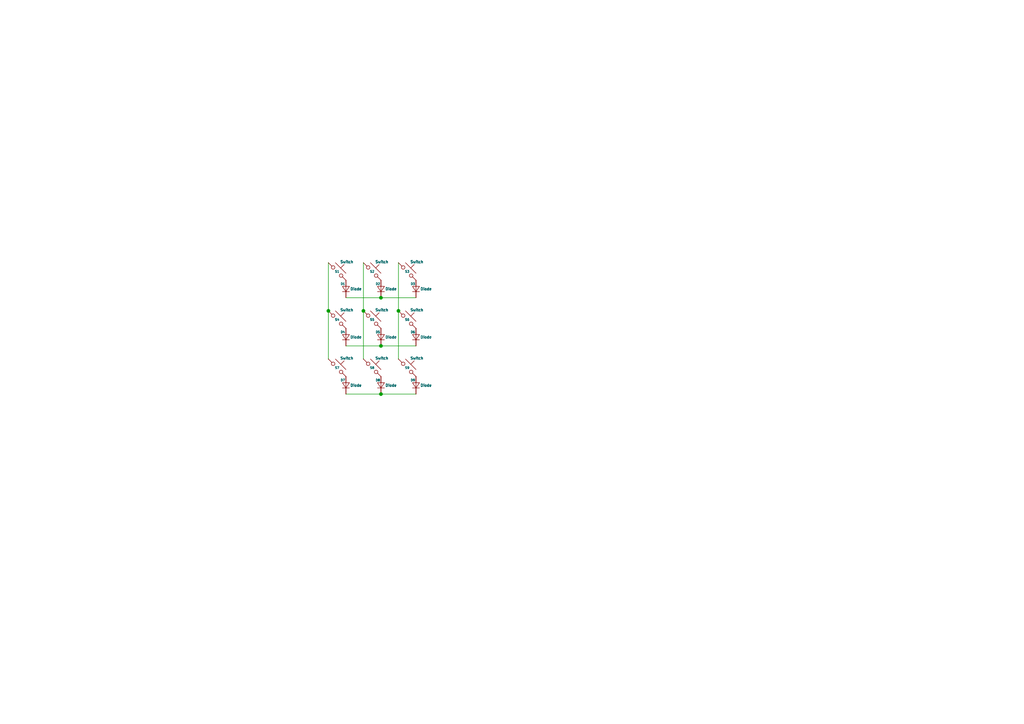
<source format=kicad_sch>
(kicad_sch (version 20250114) (generator "eeschema") (generator_version "9.0")
  (paper "A4")
  (lib_symbols
    (symbol "ScottoKeebs:Placeholder_Diode" (pin_numbers (hide yes)) (pin_names (hide yes))
      (property "Reference" "D" (at -0.15 1.066 0))
      (symbol "Placeholder_Diode_0_1"
        (polyline (pts (xy 0 -0.762) (xy 0 0.762)))
      )
      (symbol "Placeholder_Diode_1_1"
        (polyline (pts (xy 1.016 0.762) (xy 0 -0.762) (xy -1.016 0.762) (xy 1.016 0.762)) (stroke (width 0.1524)))
        (polyline (pts (xy 1.016 -0.762) (xy -1.016 -0.762)) (stroke (width 0.1524)))
        (pin passive line (at 0 2.54 270) (length 1.778) (name "A") (number "2"))
        (pin passive line (at 0 -2.54 90) (length 1.778) (name "K") (number "1"))
      )
    )
    (symbol "ScottoKeebs:Placeholder_Keyswitch" (pin_numbers (hide yes)) (pin_names (offset 1.016) (hide yes))
      (property "Reference" "S" (at 0 0 0))
      (symbol "Placeholder_Keyswitch_0_1"
        (polyline (pts (xy -2.54 2.54) (xy -1.524 1.524) (xy -1.524 1.524)))
        (circle (center -1.1684 1.1684) (radius 0.508))
        (polyline (pts (xy -0.508 2.54) (xy 2.54 -0.508)))
        (polyline (pts (xy 1.016 1.016) (xy 2.032 2.032)))
        (circle (center 1.143 -1.1938) (radius 0.508))
        (polyline (pts (xy 1.524 -1.524) (xy 2.54 -2.54) (xy 2.54 -2.54) (xy 2.54 -2.54)))
        (pin passive line (at -2.54 2.54 0) (length 0) (name "1") (number "1"))
        (pin passive line (at 2.54 -2.54 180) (length 0) (name "2") (number "2"))
      )
    )
  )
  (junction (at 115.57 90.17))
  (junction (at 110.49 86.36))
  (junction (at 110.49 114.3))
  (junction (at 95.25 90.17))
  (junction (at 105.41 90.17))
  (junction (at 110.49 100.33))
  (wire (pts (xy 110.49 86.36) (xy 120.65 86.36)))
  (wire (pts (xy 100.33 114.3) (xy 110.49 114.3)))
  (wire (pts (xy 115.57 90.17) (xy 115.57 104.14)))
  (wire (pts (xy 115.57 76.2) (xy 115.57 90.17)))
  (wire (pts (xy 110.49 114.3) (xy 120.65 114.3)))
  (wire (pts (xy 105.41 76.2) (xy 105.41 90.17)))
  (wire (pts (xy 100.33 86.36) (xy 110.49 86.36)))
  (wire (pts (xy 95.25 76.2) (xy 95.25 90.17)))
  (wire (pts (xy 110.49 100.33) (xy 120.65 100.33)))
  (wire (pts (xy 105.41 90.17) (xy 105.41 104.14)))
  (wire (pts (xy 100.33 100.33) (xy 110.49 100.33)))
  (wire (pts (xy 95.25 90.17) (xy 95.25 104.14)))
  (symbol (lib_id "ScottoKeebs:Placeholder_Keyswitch") (at 107.95 92.71 0) (unit 1)
    (property "Reference" "S5" (at 107.95 92.71 0) (effects (font (size 0.635 0.635) (thickness 0.127) (bold yes))))
    (property "Value" "Switch" (at 110.744 89.916 0) (effects (font (size 0.762 0.762))))
  )
  (symbol (lib_id "ScottoKeebs:Placeholder_Keyswitch") (at 107.95 78.74 0) (unit 1)
    (property "Reference" "S2" (at 107.95 78.74 0) (effects (font (size 0.635 0.635) (thickness 0.127) (bold yes))))
    (property "Value" "Switch" (at 110.744 75.946 0) (effects (font (size 0.762 0.762))))
  )
  (symbol (lib_id "ScottoKeebs:Placeholder_Diode") (at 110.49 97.79 0) (unit 1)
    (property "Reference" "D5" (at 110.34 96.724 0) (effects (font (size 0.635 0.635) (thickness 0.127) (bold yes)) (justify right bottom)))
    (property "Value" "Diode" (at 111.76 97.79 0) (effects (font (size 0.762 0.762)) (justify left)))
  )
  (symbol (lib_id "ScottoKeebs:Placeholder_Keyswitch") (at 97.79 106.68 0) (unit 1)
    (property "Reference" "S7" (at 97.79 106.68 0) (effects (font (size 0.635 0.635) (thickness 0.127) (bold yes))))
    (property "Value" "Switch" (at 100.584 103.886 0) (effects (font (size 0.762 0.762))))
  )
  (symbol (lib_id "ScottoKeebs:Placeholder_Diode") (at 110.49 111.76 0) (unit 1)
    (property "Reference" "D8" (at 110.34 110.694 0) (effects (font (size 0.635 0.635) (thickness 0.127) (bold yes)) (justify right bottom)))
    (property "Value" "Diode" (at 111.76 111.76 0) (effects (font (size 0.762 0.762)) (justify left)))
  )
  (symbol (lib_id "ScottoKeebs:Placeholder_Keyswitch") (at 97.79 78.74 0) (unit 1)
    (property "Reference" "S1" (at 97.79 78.74 0) (effects (font (size 0.635 0.635) (thickness 0.127) (bold yes))))
    (property "Value" "Switch" (at 100.584 75.946 0) (effects (font (size 0.762 0.762))))
  )
  (symbol (lib_id "ScottoKeebs:Placeholder_Keyswitch") (at 118.11 78.74 0) (unit 1)
    (property "Reference" "S3" (at 118.11 78.74 0) (effects (font (size 0.635 0.635) (thickness 0.127) (bold yes))))
    (property "Value" "Switch" (at 120.904 75.946 0) (effects (font (size 0.762 0.762))))
  )
  (symbol (lib_id "ScottoKeebs:Placeholder_Keyswitch") (at 97.79 92.71 0) (unit 1)
    (property "Reference" "S4" (at 97.79 92.71 0) (effects (font (size 0.635 0.635) (thickness 0.127) (bold yes))))
    (property "Value" "Switch" (at 100.584 89.916 0) (effects (font (size 0.762 0.762))))
  )
  (symbol (lib_id "ScottoKeebs:Placeholder_Diode") (at 110.49 83.82 0) (unit 1)
    (property "Reference" "D2" (at 110.34 82.754 0) (effects (font (size 0.635 0.635) (thickness 0.127) (bold yes)) (justify right bottom)))
    (property "Value" "Diode" (at 111.76 83.82 0) (effects (font (size 0.762 0.762)) (justify left)))
  )
  (symbol (lib_id "ScottoKeebs:Placeholder_Diode") (at 120.65 83.82 0) (unit 1)
    (property "Reference" "D3" (at 120.5 82.754 0) (effects (font (size 0.635 0.635) (thickness 0.127) (bold yes)) (justify right bottom)))
    (property "Value" "Diode" (at 121.92 83.82 0) (effects (font (size 0.762 0.762)) (justify left)))
  )
  (symbol (lib_id "ScottoKeebs:Placeholder_Keyswitch") (at 118.11 106.68 0) (unit 1)
    (property "Reference" "S9" (at 118.11 106.68 0) (effects (font (size 0.635 0.635) (thickness 0.127) (bold yes))))
    (property "Value" "Switch" (at 120.904 103.886 0) (effects (font (size 0.762 0.762))))
  )
  (symbol (lib_id "ScottoKeebs:Placeholder_Diode") (at 100.33 83.82 0) (unit 1)
    (property "Reference" "D1" (at 100.18 82.754 0) (effects (font (size 0.635 0.635) (thickness 0.127) (bold yes)) (justify right bottom)))
    (property "Value" "Diode" (at 101.6 83.82 0) (effects (font (size 0.762 0.762)) (justify left)))
  )
  (symbol (lib_id "ScottoKeebs:Placeholder_Diode") (at 100.33 111.76 0) (unit 1)
    (property "Reference" "D7" (at 100.18 110.694 0) (effects (font (size 0.635 0.635) (thickness 0.127) (bold yes)) (justify right bottom)))
    (property "Value" "Diode" (at 101.6 111.76 0) (effects (font (size 0.762 0.762)) (justify left)))
  )
  (symbol (lib_id "ScottoKeebs:Placeholder_Diode") (at 100.33 97.79 0) (unit 1)
    (property "Reference" "D4" (at 100.18 96.724 0) (effects (font (size 0.635 0.635) (thickness 0.127) (bold yes)) (justify right bottom)))
    (property "Value" "Diode" (at 101.6 97.79 0) (effects (font (size 0.762 0.762)) (justify left)))
  )
  (symbol (lib_id "ScottoKeebs:Placeholder_Diode") (at 120.65 111.76 0) (unit 1)
    (property "Reference" "D9" (at 120.5 110.694 0) (effects (font (size 0.635 0.635) (thickness 0.127) (bold yes)) (justify right bottom)))
    (property "Value" "Diode" (at 121.92 111.76 0) (effects (font (size 0.762 0.762)) (justify left)))
  )
  (symbol (lib_id "ScottoKeebs:Placeholder_Diode") (at 120.65 97.79 0) (unit 1)
    (property "Reference" "D6" (at 120.5 96.724 0) (effects (font (size 0.635 0.635) (thickness 0.127) (bold yes)) (justify right bottom)))
    (property "Value" "Diode" (at 121.92 97.79 0) (effects (font (size 0.762 0.762)) (justify left)))
  )
  (symbol (lib_id "ScottoKeebs:Placeholder_Keyswitch") (at 118.11 92.71 0) (unit 1)
    (property "Reference" "S6" (at 118.11 92.71 0) (effects (font (size 0.635 0.635) (thickness 0.127) (bold yes))))
    (property "Value" "Switch" (at 120.904 89.916 0) (effects (font (size 0.762 0.762))))
  )
  (symbol (lib_id "ScottoKeebs:Placeholder_Keyswitch") (at 107.95 106.68 0) (unit 1)
    (property "Reference" "S8" (at 107.95 106.68 0) (effects (font (size 0.635 0.635) (thickness 0.127) (bold yes))))
    (property "Value" "Switch" (at 110.744 103.886 0) (effects (font (size 0.762 0.762))))
  )
)
</source>
